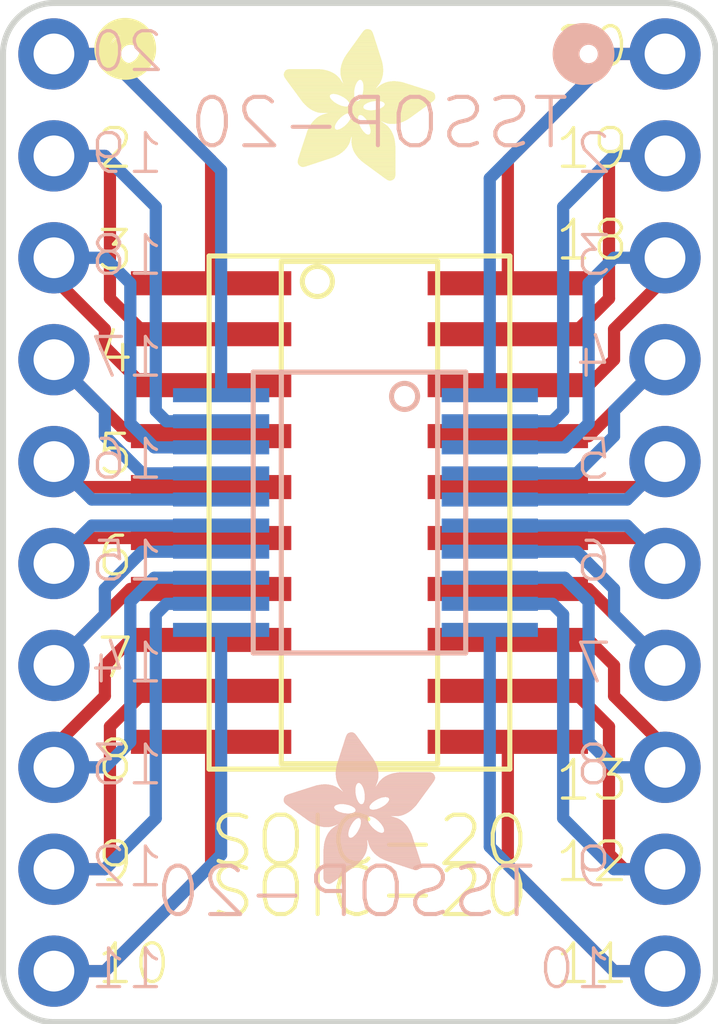
<source format=kicad_pcb>
(kicad_pcb (version 20171130) (host pcbnew "(5.0-dev-4060-g28f1209ce)")
  (layers (0 Top signal hide) (31 Bottom signal) (34 B.Paste user hide) (35 F.Paste user hide) (36 B.SilkS user hide) (37 F.SilkS user hide) (38 B.Mask user hide) (39 F.Mask user hide) (44 Edge.Cuts user))
  (net 0 "")
  (net 1 N$1)
  (net 2 N$2)
  (net 3 N$3)
  (net 4 N$4)
  (net 5 N$5)
  (net 6 N$6)
  (net 7 N$7)
  (net 8 N$8)
  (net 9 N$9)
  (net 10 N$10)
  (net 11 N$11)
  (net 12 N$12)
  (net 13 N$13)
  (net 14 N$14)
  (net 15 N$15)
  (net 16 N$16)
  (net 17 N$17)
  (net 18 N$18)
  (net 19 N$19)
  (net 20 N$20)
  (module SO20-NW (layer Top) (at 148.5011 105.0036)
    (fp_text reference U$1 hide)
    (fp_text value 20-PINSOIC-NW hide)
    (pad P$20 smd rect (at 3.7 -5.715) (size 4 0.6) (layers Top F.Paste F.Mask) (net 11 N$11))
    (pad P$19 smd rect (at 3.7 -4.445) (size 4 0.6) (layers Top F.Paste F.Mask) (net 12 N$12))
    (pad P$10 smd rect (at -3.7 5.715) (size 4 0.6) (layers Top F.Paste F.Mask) (net 10 N$10))
    (pad P$9 smd rect (at -3.7 4.445) (size 4 0.6) (layers Top F.Paste F.Mask) (net 9 N$9))
    (pad P$8 smd rect (at -3.7 3.175) (size 4 0.6) (layers Top F.Paste F.Mask) (net 8 N$8))
    (pad P$1 smd rect (at -3.7 -5.715) (size 4 0.6) (layers Top F.Paste F.Mask) (net 1 N$1))
    (pad P$11 smd rect (at 3.7 5.715) (size 4 0.6) (layers Top F.Paste F.Mask) (net 20 N$20))
    (pad P$18 smd rect (at 3.7 -3.175) (size 4 0.6) (layers Top F.Paste F.Mask) (net 13 N$13))
    (pad P$17 smd rect (at 3.7 -1.905) (size 4 0.6) (layers Top F.Paste F.Mask) (net 14 N$14))
    (pad P$12 smd rect (at 3.7 4.445) (size 4 0.6) (layers Top F.Paste F.Mask) (net 19 N$19))
    (pad P$7 smd rect (at -3.7 1.905) (size 4 0.6) (layers Top F.Paste F.Mask) (net 7 N$7))
    (pad P$2 smd rect (at -3.7 -4.445) (size 4 0.6) (layers Top F.Paste F.Mask) (net 2 N$2))
    (pad P$16 smd rect (at 3.7 -0.635) (size 4 0.6) (layers Top F.Paste F.Mask) (net 15 N$15))
    (pad P$13 smd rect (at 3.7 3.175) (size 4 0.6) (layers Top F.Paste F.Mask) (net 18 N$18))
    (pad P$14 smd rect (at 3.7 1.905) (size 4 0.6) (layers Top F.Paste F.Mask) (net 17 N$17))
    (pad P$15 smd rect (at 3.7 0.635) (size 4 0.6) (layers Top F.Paste F.Mask) (net 16 N$16))
    (pad P$3 smd rect (at -3.7 -3.175) (size 4 0.6) (layers Top F.Paste F.Mask) (net 3 N$3))
    (pad P$6 smd rect (at -3.7 0.635) (size 4 0.6) (layers Top F.Paste F.Mask) (net 6 N$6))
    (pad P$5 smd rect (at -3.7 -0.635) (size 4 0.6) (layers Top F.Paste F.Mask) (net 5 N$5))
    (pad P$4 smd rect (at -3.7 -1.905) (size 4 0.6) (layers Top F.Paste F.Mask) (net 4 N$4))
  )
  (module TSSOP20-NW (layer Bottom) (at 148.5011 105.0036 180)
    (fp_text reference U$2 hide)
    (fp_text value 20-PINTSSOP-NW hide)
    (pad P$20 smd rect (at 3.45 2.925 180) (size 2.4 0.35) (layers Bottom B.Paste B.Mask) (net 1 N$1))
    (pad P$19 smd rect (at 3.45 2.275 180) (size 2.4 0.35) (layers Bottom B.Paste B.Mask) (net 2 N$2))
    (pad P$10 smd rect (at -3.25 -2.925 180) (size 2.4 0.35) (layers Bottom B.Paste B.Mask) (net 20 N$20))
    (pad P$9 smd rect (at -3.25 -2.275 180) (size 2.4 0.35) (layers Bottom B.Paste B.Mask) (net 19 N$19))
    (pad P$18 smd rect (at 3.45 1.625 180) (size 2.4 0.35) (layers Bottom B.Paste B.Mask) (net 3 N$3))
    (pad P$17 smd rect (at 3.45 0.975 180) (size 2.4 0.35) (layers Bottom B.Paste B.Mask) (net 4 N$4))
    (pad P$8 smd rect (at -3.25 -1.625 180) (size 2.4 0.35) (layers Bottom B.Paste B.Mask) (net 18 N$18))
    (pad P$7 smd rect (at -3.25 -0.975 180) (size 2.4 0.35) (layers Bottom B.Paste B.Mask) (net 17 N$17))
    (pad P$6 smd rect (at -3.25 -0.325 180) (size 2.4 0.35) (layers Bottom B.Paste B.Mask) (net 16 N$16))
    (pad P$1 smd rect (at -3.25 2.925 180) (size 2.4 0.35) (layers Bottom B.Paste B.Mask) (net 11 N$11))
    (pad P$16 smd rect (at 3.45 0.325 180) (size 2.4 0.35) (layers Bottom B.Paste B.Mask) (net 5 N$5))
    (pad P$11 smd rect (at 3.45 -2.925 180) (size 2.4 0.35) (layers Bottom B.Paste B.Mask) (net 10 N$10))
    (pad P$2 smd rect (at -3.25 2.275 180) (size 2.4 0.35) (layers Bottom B.Paste B.Mask) (net 12 N$12))
    (pad P$3 smd rect (at -3.25 1.625 180) (size 2.4 0.35) (layers Bottom B.Paste B.Mask) (net 13 N$13))
    (pad P$4 smd rect (at -3.25 0.975 180) (size 2.4 0.35) (layers Bottom B.Paste B.Mask) (net 14 N$14))
    (pad P$5 smd rect (at -3.25 0.325 180) (size 2.4 0.35) (layers Bottom B.Paste B.Mask) (net 15 N$15))
    (pad P$12 smd rect (at 3.45 -2.275 180) (size 2.4 0.35) (layers Bottom B.Paste B.Mask) (net 9 N$9))
    (pad P$13 smd rect (at 3.45 -1.625 180) (size 2.4 0.35) (layers Bottom B.Paste B.Mask) (net 8 N$8))
    (pad P$14 smd rect (at 3.45 -0.975 180) (size 2.4 0.35) (layers Bottom B.Paste B.Mask) (net 7 N$7))
    (pad P$15 smd rect (at 3.45 -0.325 180) (size 2.4 0.35) (layers Bottom B.Paste B.Mask) (net 6 N$6))
  )
  (module PADS-10 (layer Top) (at 140.8811 105.0036 270)
    (fp_text reference U$3 hide)
    (fp_text value "" hide)
    (pad 10 thru_hole circle (at 11.43 0) (size 1.778 1.778) (drill 1.016) (layers *.Cu *.Mask) (net 10 N$10))
    (pad 9 thru_hole circle (at 8.89 0) (size 1.778 1.778) (drill 1.016) (layers *.Cu *.Mask) (net 9 N$9))
    (pad 8 thru_hole circle (at 6.35 0) (size 1.778 1.778) (drill 1.016) (layers *.Cu *.Mask) (net 8 N$8))
    (pad 7 thru_hole circle (at 3.81 0) (size 1.778 1.778) (drill 1.016) (layers *.Cu *.Mask) (net 7 N$7))
    (pad 6 thru_hole circle (at 1.27 0) (size 1.778 1.778) (drill 1.016) (layers *.Cu *.Mask) (net 6 N$6))
    (pad 5 thru_hole circle (at -1.27 0) (size 1.778 1.778) (drill 1.016) (layers *.Cu *.Mask) (net 5 N$5))
    (pad 4 thru_hole circle (at -3.81 0) (size 1.778 1.778) (drill 1.016) (layers *.Cu *.Mask) (net 4 N$4))
    (pad 3 thru_hole circle (at -6.35 0) (size 1.778 1.778) (drill 1.016) (layers *.Cu *.Mask) (net 3 N$3))
    (pad 2 thru_hole circle (at -8.89 0) (size 1.778 1.778) (drill 1.016) (layers *.Cu *.Mask) (net 2 N$2))
    (pad 1 thru_hole circle (at -11.43 0) (size 1.778 1.778) (drill 1.016) (layers *.Cu *.Mask) (net 1 N$1))
  )
  (module PADS-10 (layer Top) (at 156.1211 105.0036 270)
    (fp_text reference U$4 hide)
    (fp_text value "" hide)
    (pad 10 thru_hole circle (at 11.43 0) (size 1.778 1.778) (drill 1.016) (layers *.Cu *.Mask) (net 20 N$20))
    (pad 9 thru_hole circle (at 8.89 0) (size 1.778 1.778) (drill 1.016) (layers *.Cu *.Mask) (net 19 N$19))
    (pad 8 thru_hole circle (at 6.35 0) (size 1.778 1.778) (drill 1.016) (layers *.Cu *.Mask) (net 18 N$18))
    (pad 7 thru_hole circle (at 3.81 0) (size 1.778 1.778) (drill 1.016) (layers *.Cu *.Mask) (net 17 N$17))
    (pad 6 thru_hole circle (at 1.27 0) (size 1.778 1.778) (drill 1.016) (layers *.Cu *.Mask) (net 16 N$16))
    (pad 5 thru_hole circle (at -1.27 0) (size 1.778 1.778) (drill 1.016) (layers *.Cu *.Mask) (net 15 N$15))
    (pad 4 thru_hole circle (at -3.81 0) (size 1.778 1.778) (drill 1.016) (layers *.Cu *.Mask) (net 14 N$14))
    (pad 3 thru_hole circle (at -6.35 0) (size 1.778 1.778) (drill 1.016) (layers *.Cu *.Mask) (net 13 N$13))
    (pad 2 thru_hole circle (at -8.89 0) (size 1.778 1.778) (drill 1.016) (layers *.Cu *.Mask) (net 12 N$12))
    (pad 1 thru_hole circle (at -11.43 0) (size 1.778 1.778) (drill 1.016) (layers *.Cu *.Mask) (net 11 N$11))
  )
  (module ADAFRUIT_3.5MM (layer Top) (at 146.5961 96.7486)
    (fp_text reference U$5 hide)
    (fp_text value "" hide)
  )
  (module ADAFRUIT_3.5MM (layer Bottom) (at 150.4061 114.2746 180)
    (fp_text reference U$6 hide)
    (fp_text value "" hide)
  )
  (gr_text SOIC-20 (at 144.6911 115.1636) (layer F.SilkS) (effects (font (size 1.2065 1.2065) (thickness 0.1016)) (justify left bottom)))
  (gr_text TSSOP-20 (at 152.9461 115.1636) (layer B.SilkS) (effects (font (size 1.2065 1.2065) (thickness 0.1016)) (justify left bottom mirror)))
  (gr_circle (center 154.2161 93.5736) (end 154.5971 93.5736) (layer B.SilkS) (width 0.3048))
  (gr_circle (center 142.7861 93.5736) (end 143.1671 93.5736) (layer F.SilkS) (width 0.3048))
  (gr_line (start 139.6111 116.4336) (end 139.6111 93.5736) (layer Edge.Cuts) (width 0.15))
  (gr_arc (start 140.8811 93.5736) (end 139.6111 93.5736) (angle 90) (layer Edge.Cuts) (width 0.15))
  (gr_line (start 140.8811 92.3036) (end 156.1211 92.3036) (layer Edge.Cuts) (width 0.15))
  (gr_arc (start 156.1211 93.5736) (end 156.1211 92.3036) (angle 90) (layer Edge.Cuts) (width 0.15))
  (gr_line (start 157.3911 93.5736) (end 157.3911 116.4336) (layer Edge.Cuts) (width 0.15))
  (gr_arc (start 156.1211 116.4336) (end 157.3911 116.4336) (angle 90) (layer Edge.Cuts) (width 0.15))
  (gr_line (start 156.1211 117.7036) (end 140.8811 117.7036) (layer Edge.Cuts) (width 0.15))
  (gr_arc (start 140.8811 116.4336) (end 140.8811 117.7036) (angle 90) (layer Edge.Cuts) (width 0.15))
  (gr_circle (center 154.0891 93.5736) (end 154.657059 93.5736) (layer B.SilkS) (width 0.4064))
  (gr_text 2 (at 154.8511 96.6216) (layer B.SilkS) (effects (font (size 0.9652 0.9652) (thickness 0.08128)) (justify left bottom mirror)))
  (gr_text 3 (at 154.8511 99.1616) (layer B.SilkS) (effects (font (size 0.9652 0.9652) (thickness 0.08128)) (justify left bottom mirror)))
  (gr_text 4 (at 154.8511 101.7016) (layer B.SilkS) (effects (font (size 0.9652 0.9652) (thickness 0.08128)) (justify left bottom mirror)))
  (gr_text 5 (at 154.8511 104.2416) (layer B.SilkS) (effects (font (size 0.9652 0.9652) (thickness 0.08128)) (justify left bottom mirror)))
  (gr_text 6 (at 154.8511 106.7816) (layer B.SilkS) (effects (font (size 0.9652 0.9652) (thickness 0.08128)) (justify left bottom mirror)))
  (gr_text 7 (at 154.8511 109.3216) (layer B.SilkS) (effects (font (size 0.9652 0.9652) (thickness 0.08128)) (justify left bottom mirror)))
  (gr_text 10 (at 154.8511 116.9416) (layer B.SilkS) (effects (font (size 0.9652 0.9652) (thickness 0.08128)) (justify left bottom mirror)))
  (gr_text 8 (at 154.8511 111.8616) (layer B.SilkS) (effects (font (size 0.9652 0.9652) (thickness 0.08128)) (justify left bottom mirror)))
  (gr_text 9 (at 154.8511 114.4016) (layer B.SilkS) (effects (font (size 0.9652 0.9652) (thickness 0.08128)) (justify left bottom mirror)))
  (gr_text 19 (at 143.6751 96.6216) (layer B.SilkS) (effects (font (size 0.9652 0.9652) (thickness 0.08128)) (justify left bottom mirror)))
  (gr_text 18 (at 143.6751 99.1616) (layer B.SilkS) (effects (font (size 0.9652 0.9652) (thickness 0.08128)) (justify left bottom mirror)))
  (gr_text 17 (at 143.6751 101.7016) (layer B.SilkS) (effects (font (size 0.9652 0.9652) (thickness 0.08128)) (justify left bottom mirror)))
  (gr_text 16 (at 143.6751 104.2416) (layer B.SilkS) (effects (font (size 0.9652 0.9652) (thickness 0.08128)) (justify left bottom mirror)))
  (gr_text 15 (at 143.6751 106.7816) (layer B.SilkS) (effects (font (size 0.9652 0.9652) (thickness 0.08128)) (justify left bottom mirror)))
  (gr_text 14 (at 143.6751 109.3216) (layer B.SilkS) (effects (font (size 0.9652 0.9652) (thickness 0.08128)) (justify left bottom mirror)))
  (gr_text 11 (at 143.6751 116.9416) (layer B.SilkS) (effects (font (size 0.9652 0.9652) (thickness 0.08128)) (justify left bottom mirror)))
  (gr_text 13 (at 143.6751 111.8616) (layer B.SilkS) (effects (font (size 0.9652 0.9652) (thickness 0.08128)) (justify left bottom mirror)))
  (gr_text 12 (at 143.6751 114.4016) (layer B.SilkS) (effects (font (size 0.9652 0.9652) (thickness 0.08128)) (justify left bottom mirror)))
  (gr_text 20 (at 143.6751 94.0816) (layer B.SilkS) (effects (font (size 0.9652 0.9652) (thickness 0.08128)) (justify left bottom mirror)))
  (gr_text TSSOP-20 (at 144.1831 94.5896) (layer B.SilkS) (effects (font (size 1.2065 1.2065) (thickness 0.1016)) (justify right top mirror)))
  (gr_circle (center 142.6591 93.4466) (end 143.227059 93.4466) (layer F.SilkS) (width 0.4064))
  (gr_text 2 (at 141.8971 96.4946) (layer F.SilkS) (effects (font (size 0.9652 0.9652) (thickness 0.08128)) (justify left bottom)))
  (gr_text 3 (at 141.8971 99.0346) (layer F.SilkS) (effects (font (size 0.9652 0.9652) (thickness 0.08128)) (justify left bottom)))
  (gr_text 4 (at 141.8971 101.5746) (layer F.SilkS) (effects (font (size 0.9652 0.9652) (thickness 0.08128)) (justify left bottom)))
  (gr_text 5 (at 141.8971 104.1146) (layer F.SilkS) (effects (font (size 0.9652 0.9652) (thickness 0.08128)) (justify left bottom)))
  (gr_text 6 (at 141.8971 106.6546) (layer F.SilkS) (effects (font (size 0.9652 0.9652) (thickness 0.08128)) (justify left bottom)))
  (gr_text 7 (at 141.8971 109.1946) (layer F.SilkS) (effects (font (size 0.9652 0.9652) (thickness 0.08128)) (justify left bottom)))
  (gr_text 10 (at 141.8971 116.8146) (layer F.SilkS) (effects (font (size 0.9652 0.9652) (thickness 0.08128)) (justify left bottom)))
  (gr_text 8 (at 141.8971 111.7346) (layer F.SilkS) (effects (font (size 0.9652 0.9652) (thickness 0.08128)) (justify left bottom)))
  (gr_text 9 (at 141.8971 114.2746) (layer F.SilkS) (effects (font (size 0.9652 0.9652) (thickness 0.08128)) (justify left bottom)))
  (gr_text 19 (at 153.3271 96.4946) (layer F.SilkS) (effects (font (size 0.9652 0.9652) (thickness 0.08128)) (justify left bottom)))
  (gr_text 18 (at 153.3271 98.7806) (layer F.SilkS) (effects (font (size 0.9652 0.9652) (thickness 0.08128)) (justify left bottom)))
  (gr_text 11 (at 153.3271 116.8146) (layer F.SilkS) (effects (font (size 0.9652 0.9652) (thickness 0.08128)) (justify left bottom)))
  (gr_text 12 (at 153.3271 114.2746) (layer F.SilkS) (effects (font (size 0.9652 0.9652) (thickness 0.08128)) (justify left bottom)))
  (gr_text 13 (at 153.3271 112.2426) (layer F.SilkS) (effects (font (size 0.9652 0.9652) (thickness 0.08128)) (justify left bottom)))
  (gr_text 20 (at 153.3271 93.9546) (layer F.SilkS) (effects (font (size 0.9652 0.9652) (thickness 0.08128)) (justify left bottom)))
  (gr_text SOIC-20 (at 144.6911 113.8936) (layer F.SilkS) (effects (font (size 1.2065 1.2065) (thickness 0.1016)) (justify left bottom)))
  (segment (start 144.8011 99.2886) (end 144.8011 96.2236) (width 0.3048) (layer Top) (net 1))
  (segment (start 144.8011 96.2236) (end 142.1511 93.5736) (width 0.3048) (layer Top) (net 1))
  (segment (start 142.1511 93.5736) (end 140.8811 93.5736) (width 0.3048) (layer Top) (net 1))
  (segment (start 142.1511 93.5736) (end 140.8811 93.5736) (width 0.3048) (layer Bottom) (net 1))
  (segment (start 145.0511 102.0786) (end 145.0511 96.4736) (width 0.3048) (layer Bottom) (net 1))
  (segment (start 145.0511 96.4736) (end 142.1511 93.5736) (width 0.3048) (layer Bottom) (net 1))
  (segment (start 144.8011 100.5586) (end 143.1671 100.5586) (width 0.3048) (layer Top) (net 2))
  (segment (start 143.1671 100.5586) (end 142.2781 99.6696) (width 0.3048) (layer Top) (net 2))
  (segment (start 142.2781 99.6696) (end 142.2781 96.2406) (width 0.3048) (layer Top) (net 2))
  (segment (start 142.2781 96.2406) (end 142.1511 96.1136) (width 0.3048) (layer Top) (net 2))
  (segment (start 142.1511 96.1136) (end 140.8811 96.1136) (width 0.3048) (layer Top) (net 2))
  (segment (start 145.0511 102.7286) (end 143.6861 102.7286) (width 0.3048) (layer Bottom) (net 2))
  (segment (start 143.6861 102.7286) (end 143.4211 102.4636) (width 0.3048) (layer Bottom) (net 2))
  (segment (start 143.4211 102.4636) (end 143.4211 97.3836) (width 0.3048) (layer Bottom) (net 2))
  (segment (start 143.4211 97.3836) (end 142.1511 96.1136) (width 0.3048) (layer Bottom) (net 2))
  (segment (start 142.1511 96.1136) (end 140.8811 96.1136) (width 0.3048) (layer Bottom) (net 2))
  (segment (start 144.8011 101.8286) (end 143.1036 101.8286) (width 0.3048) (layer Top) (net 3))
  (segment (start 143.1036 101.8286) (end 142.1511 100.8761) (width 0.3048) (layer Top) (net 3))
  (segment (start 145.0511 103.3786) (end 143.3836 103.3786) (width 0.3048) (layer Bottom) (net 3))
  (segment (start 143.3836 103.3786) (end 142.7861 102.7811) (width 0.3048) (layer Bottom) (net 3))
  (segment (start 142.7861 102.7811) (end 142.7861 99.2886) (width 0.3048) (layer Bottom) (net 3))
  (segment (start 142.7861 99.2886) (end 142.1511 98.6536) (width 0.3048) (layer Bottom) (net 3))
  (segment (start 142.1511 98.6536) (end 140.8811 98.6536) (width 0.3048) (layer Bottom) (net 3))
  (segment (start 142.1511 100.8761) (end 142.1511 100.4316) (width 0.3048) (layer Top) (net 3))
  (segment (start 142.1511 100.4316) (end 140.8811 99.1616) (width 0.3048) (layer Top) (net 3))
  (segment (start 140.8811 99.1616) (end 140.8811 98.6536) (width 0.3048) (layer Top) (net 3))
  (segment (start 144.8011 103.0986) (end 142.7861 103.0986) (width 0.3048) (layer Top) (net 4))
  (segment (start 142.7861 103.0986) (end 140.8811 101.1936) (width 0.3048) (layer Top) (net 4))
  (segment (start 145.0511 104.0286) (end 143.0811 104.0286) (width 0.3048) (layer Bottom) (net 4))
  (segment (start 143.0811 104.0286) (end 142.1511 103.0986) (width 0.3048) (layer Bottom) (net 4))
  (segment (start 142.1511 103.0986) (end 142.1511 102.4636) (width 0.3048) (layer Bottom) (net 4))
  (segment (start 142.1511 102.4636) (end 140.8811 101.1936) (width 0.3048) (layer Bottom) (net 4))
  (segment (start 144.8011 104.3686) (end 141.5161 104.3686) (width 0.3048) (layer Top) (net 5))
  (segment (start 141.5161 104.3686) (end 140.8811 103.7336) (width 0.3048) (layer Top) (net 5))
  (segment (start 145.0511 104.6786) (end 141.8261 104.6786) (width 0.3048) (layer Bottom) (net 5))
  (segment (start 141.8261 104.6786) (end 140.8811 103.7336) (width 0.3048) (layer Bottom) (net 5))
  (segment (start 144.8011 105.6386) (end 141.5161 105.6386) (width 0.3048) (layer Top) (net 6))
  (segment (start 141.5161 105.6386) (end 140.8811 106.2736) (width 0.3048) (layer Top) (net 6))
  (segment (start 145.0511 105.3286) (end 141.8261 105.3286) (width 0.3048) (layer Bottom) (net 6))
  (segment (start 141.8261 105.3286) (end 140.8811 106.2736) (width 0.3048) (layer Bottom) (net 6))
  (segment (start 144.8011 106.9086) (end 142.7861 106.9086) (width 0.3048) (layer Top) (net 7))
  (segment (start 142.7861 106.9086) (end 140.8811 108.8136) (width 0.3048) (layer Top) (net 7))
  (segment (start 145.0511 105.9786) (end 143.0811 105.9786) (width 0.3048) (layer Bottom) (net 7))
  (segment (start 143.0811 105.9786) (end 142.1511 106.9086) (width 0.3048) (layer Bottom) (net 7))
  (segment (start 142.1511 106.9086) (end 142.1511 107.5436) (width 0.3048) (layer Bottom) (net 7))
  (segment (start 142.1511 107.5436) (end 140.8811 108.8136) (width 0.3048) (layer Bottom) (net 7))
  (segment (start 144.8011 108.1786) (end 142.7861 108.1786) (width 0.3048) (layer Top) (net 8))
  (segment (start 142.7861 108.1786) (end 142.1511 108.8136) (width 0.3048) (layer Top) (net 8))
  (segment (start 145.0511 106.6286) (end 143.3836 106.6286) (width 0.3048) (layer Bottom) (net 8))
  (segment (start 143.3836 106.6286) (end 142.7861 107.2261) (width 0.3048) (layer Bottom) (net 8))
  (segment (start 142.7861 107.2261) (end 142.7861 110.7186) (width 0.3048) (layer Bottom) (net 8))
  (segment (start 142.7861 110.7186) (end 142.1511 111.3536) (width 0.3048) (layer Bottom) (net 8))
  (segment (start 142.1511 111.3536) (end 140.8811 111.3536) (width 0.3048) (layer Bottom) (net 8))
  (segment (start 142.1511 108.8136) (end 142.1511 109.5756) (width 0.3048) (layer Top) (net 8))
  (segment (start 142.1511 109.5756) (end 140.8811 110.8456) (width 0.3048) (layer Top) (net 8))
  (segment (start 140.8811 110.8456) (end 140.8811 111.3536) (width 0.3048) (layer Top) (net 8))
  (segment (start 144.8011 109.4486) (end 143.1671 109.4486) (width 0.3048) (layer Top) (net 9))
  (segment (start 143.1671 109.4486) (end 142.2781 110.3376) (width 0.3048) (layer Top) (net 9))
  (segment (start 142.2781 110.3376) (end 142.2781 113.7666) (width 0.3048) (layer Top) (net 9))
  (segment (start 142.2781 113.7666) (end 142.1511 113.8936) (width 0.3048) (layer Top) (net 9))
  (segment (start 145.0511 107.2786) (end 143.6861 107.2786) (width 0.3048) (layer Bottom) (net 9))
  (segment (start 143.6861 107.2786) (end 143.4211 107.5436) (width 0.3048) (layer Bottom) (net 9))
  (segment (start 143.4211 107.5436) (end 143.4211 112.6236) (width 0.3048) (layer Bottom) (net 9))
  (segment (start 143.4211 112.6236) (end 142.1511 113.8936) (width 0.3048) (layer Bottom) (net 9))
  (segment (start 142.1511 113.8936) (end 140.8811 113.8936) (width 0.3048) (layer Bottom) (net 9))
  (segment (start 142.1511 113.8936) (end 140.8811 113.8936) (width 0.3048) (layer Top) (net 9))
  (segment (start 144.8011 110.7186) (end 144.8011 113.7836) (width 0.3048) (layer Top) (net 10))
  (segment (start 144.8011 113.7836) (end 142.1511 116.4336) (width 0.3048) (layer Top) (net 10))
  (segment (start 142.1511 116.4336) (end 140.8811 116.4336) (width 0.3048) (layer Top) (net 10))
  (segment (start 142.1511 116.4336) (end 140.8811 116.4336) (width 0.3048) (layer Bottom) (net 10))
  (segment (start 142.1511 116.4336) (end 145.0511 113.5336) (width 0.3048) (layer Bottom) (net 10))
  (segment (start 145.0511 113.5336) (end 145.0511 107.9286) (width 0.3048) (layer Bottom) (net 10))
  (segment (start 152.2011 99.2886) (end 152.2011 96.2236) (width 0.3048) (layer Top) (net 11))
  (segment (start 152.2011 96.2236) (end 154.8511 93.5736) (width 0.3048) (layer Top) (net 11))
  (segment (start 154.8511 93.5736) (end 156.1211 93.5736) (width 0.3048) (layer Top) (net 11))
  (segment (start 154.8511 93.5736) (end 156.1211 93.5736) (width 0.3048) (layer Bottom) (net 11))
  (segment (start 151.7511 102.0786) (end 151.7511 96.6736) (width 0.3048) (layer Bottom) (net 11))
  (segment (start 151.7511 96.6736) (end 154.8511 93.5736) (width 0.3048) (layer Bottom) (net 11))
  (segment (start 152.2011 100.5586) (end 153.8351 100.5586) (width 0.3048) (layer Top) (net 12))
  (segment (start 153.8351 100.5586) (end 154.7241 99.6696) (width 0.3048) (layer Top) (net 12))
  (segment (start 154.7241 99.6696) (end 154.7241 96.2406) (width 0.3048) (layer Top) (net 12))
  (segment (start 154.7241 96.2406) (end 154.8511 96.1136) (width 0.3048) (layer Top) (net 12))
  (segment (start 154.8511 96.1136) (end 156.1211 96.1136) (width 0.3048) (layer Top) (net 12))
  (segment (start 151.7511 102.7286) (end 153.3161 102.7286) (width 0.3048) (layer Bottom) (net 12))
  (segment (start 153.3161 102.7286) (end 153.5811 102.4636) (width 0.3048) (layer Bottom) (net 12))
  (segment (start 153.5811 102.4636) (end 153.5811 97.3836) (width 0.3048) (layer Bottom) (net 12))
  (segment (start 153.5811 97.3836) (end 154.8511 96.1136) (width 0.3048) (layer Bottom) (net 12))
  (segment (start 154.8511 96.1136) (end 156.1211 96.1136) (width 0.3048) (layer Bottom) (net 12))
  (segment (start 152.2011 101.8286) (end 154.2161 101.8286) (width 0.3048) (layer Top) (net 13))
  (segment (start 154.2161 101.8286) (end 154.8511 101.1936) (width 0.3048) (layer Top) (net 13))
  (segment (start 151.7511 103.3786) (end 153.6186 103.3786) (width 0.3048) (layer Bottom) (net 13))
  (segment (start 153.6186 103.3786) (end 154.2161 102.7811) (width 0.3048) (layer Bottom) (net 13))
  (segment (start 154.2161 102.7811) (end 154.2161 99.2886) (width 0.3048) (layer Bottom) (net 13))
  (segment (start 154.2161 99.2886) (end 154.8511 98.6536) (width 0.3048) (layer Bottom) (net 13))
  (segment (start 154.8511 98.6536) (end 156.1211 98.6536) (width 0.3048) (layer Bottom) (net 13))
  (segment (start 154.8511 101.1936) (end 154.8511 100.4316) (width 0.3048) (layer Top) (net 13))
  (segment (start 154.8511 100.4316) (end 155.8671 99.4156) (width 0.3048) (layer Top) (net 13))
  (segment (start 155.8671 99.4156) (end 155.8671 98.9076) (width 0.3048) (layer Top) (net 13))
  (segment (start 155.8671 98.9076) (end 156.1211 98.6536) (width 0.3048) (layer Top) (net 13))
  (segment (start 152.2011 103.0986) (end 154.2161 103.0986) (width 0.3048) (layer Top) (net 14))
  (segment (start 154.2161 103.0986) (end 156.1211 101.1936) (width 0.3048) (layer Top) (net 14))
  (segment (start 151.7511 104.0286) (end 153.9211 104.0286) (width 0.3048) (layer Bottom) (net 14))
  (segment (start 153.9211 104.0286) (end 154.8511 103.0986) (width 0.3048) (layer Bottom) (net 14))
  (segment (start 154.8511 103.0986) (end 154.8511 102.4636) (width 0.3048) (layer Bottom) (net 14))
  (segment (start 154.8511 102.4636) (end 156.1211 101.1936) (width 0.3048) (layer Bottom) (net 14))
  (segment (start 152.2011 104.3686) (end 155.4861 104.3686) (width 0.3048) (layer Top) (net 15))
  (segment (start 155.4861 104.3686) (end 156.1211 103.7336) (width 0.3048) (layer Top) (net 15))
  (segment (start 151.7511 104.6786) (end 155.1761 104.6786) (width 0.3048) (layer Bottom) (net 15))
  (segment (start 155.1761 104.6786) (end 156.1211 103.7336) (width 0.3048) (layer Bottom) (net 15))
  (segment (start 152.2011 105.6386) (end 155.4861 105.6386) (width 0.3048) (layer Top) (net 16))
  (segment (start 155.4861 105.6386) (end 156.1211 106.2736) (width 0.3048) (layer Top) (net 16))
  (segment (start 151.7511 105.3286) (end 155.1761 105.3286) (width 0.3048) (layer Bottom) (net 16))
  (segment (start 155.1761 105.3286) (end 156.1211 106.2736) (width 0.3048) (layer Bottom) (net 16))
  (segment (start 152.2011 106.9086) (end 154.2161 106.9086) (width 0.3048) (layer Top) (net 17))
  (segment (start 154.2161 106.9086) (end 156.1211 108.8136) (width 0.3048) (layer Top) (net 17))
  (segment (start 151.7511 105.9786) (end 153.9211 105.9786) (width 0.3048) (layer Bottom) (net 17))
  (segment (start 153.9211 105.9786) (end 154.8511 106.9086) (width 0.3048) (layer Bottom) (net 17))
  (segment (start 154.8511 106.9086) (end 154.8511 107.5436) (width 0.3048) (layer Bottom) (net 17))
  (segment (start 154.8511 107.5436) (end 156.1211 108.8136) (width 0.3048) (layer Bottom) (net 17))
  (segment (start 152.2011 108.1786) (end 154.2161 108.1786) (width 0.3048) (layer Top) (net 18))
  (segment (start 154.2161 108.1786) (end 154.8511 108.8136) (width 0.3048) (layer Top) (net 18))
  (segment (start 151.7511 106.6286) (end 153.6186 106.6286) (width 0.3048) (layer Bottom) (net 18))
  (segment (start 153.6186 106.6286) (end 154.2161 107.2261) (width 0.3048) (layer Bottom) (net 18))
  (segment (start 154.2161 107.2261) (end 154.2161 110.7186) (width 0.3048) (layer Bottom) (net 18))
  (segment (start 154.2161 110.7186) (end 154.8511 111.3536) (width 0.3048) (layer Bottom) (net 18))
  (segment (start 154.8511 111.3536) (end 156.1211 111.3536) (width 0.3048) (layer Bottom) (net 18))
  (segment (start 154.8511 108.8136) (end 154.8511 109.5756) (width 0.3048) (layer Top) (net 18))
  (segment (start 154.8511 109.5756) (end 156.1211 110.8456) (width 0.3048) (layer Top) (net 18))
  (segment (start 156.1211 110.8456) (end 156.1211 111.3536) (width 0.3048) (layer Top) (net 18))
  (segment (start 152.2011 109.4486) (end 153.8351 109.4486) (width 0.3048) (layer Top) (net 19))
  (segment (start 153.8351 109.4486) (end 154.7241 110.3376) (width 0.3048) (layer Top) (net 19))
  (segment (start 154.7241 110.3376) (end 154.7241 113.5126) (width 0.3048) (layer Top) (net 19))
  (segment (start 154.7241 113.5126) (end 155.1051 113.8936) (width 0.3048) (layer Top) (net 19))
  (segment (start 155.1051 113.8936) (end 156.1211 113.8936) (width 0.3048) (layer Top) (net 19))
  (segment (start 151.7511 107.2786) (end 153.3161 107.2786) (width 0.3048) (layer Bottom) (net 19))
  (segment (start 153.3161 107.2786) (end 153.5811 107.5436) (width 0.3048) (layer Bottom) (net 19))
  (segment (start 153.5811 107.5436) (end 153.5811 112.6236) (width 0.3048) (layer Bottom) (net 19))
  (segment (start 153.5811 112.6236) (end 154.8511 113.8936) (width 0.3048) (layer Bottom) (net 19))
  (segment (start 154.8511 113.8936) (end 156.1211 113.8936) (width 0.3048) (layer Bottom) (net 19))
  (segment (start 152.2011 110.7186) (end 152.2011 113.7836) (width 0.3048) (layer Top) (net 20))
  (segment (start 152.2011 113.7836) (end 154.8511 116.4336) (width 0.3048) (layer Top) (net 20))
  (segment (start 154.8511 116.4336) (end 156.1211 116.4336) (width 0.3048) (layer Top) (net 20))
  (segment (start 154.8511 116.4336) (end 156.1211 116.4336) (width 0.3048) (layer Bottom) (net 20))
  (segment (start 154.8511 116.4336) (end 151.7511 113.3336) (width 0.3048) (layer Bottom) (net 20))
  (segment (start 151.7511 113.3336) (end 151.7511 107.9286) (width 0.3048) (layer Bottom) (net 20))
)
</source>
